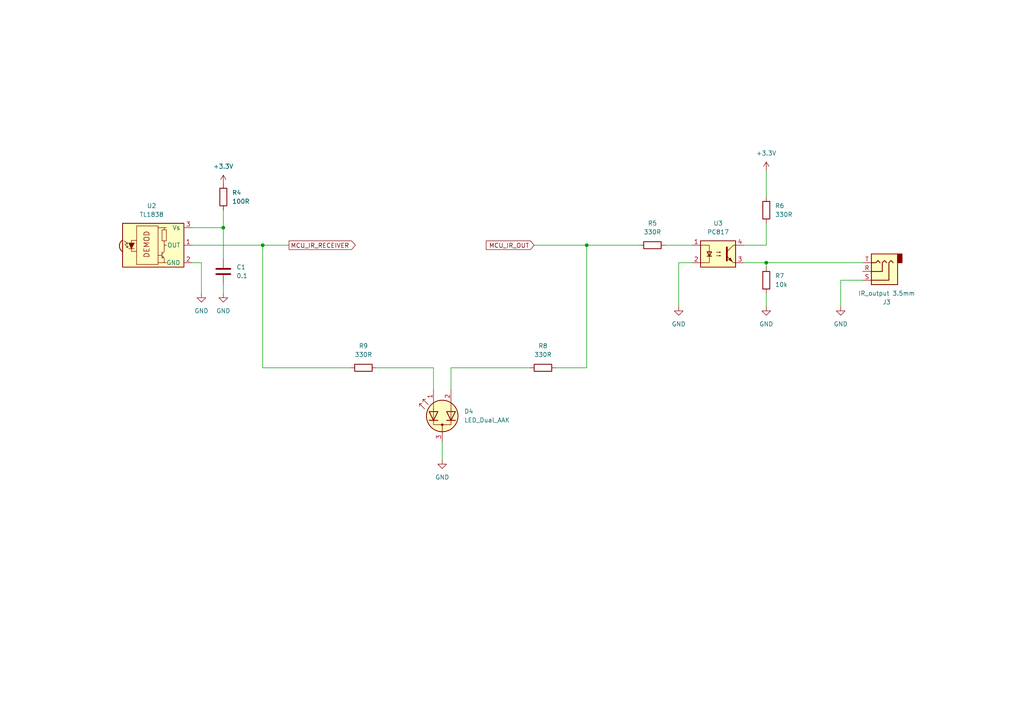
<source format=kicad_sch>
(kicad_sch (version 20230121) (generator eeschema)
  (paper "A4")
  (lib_symbols
    (symbol "Connector_Audio:AudioJack3"
      (property "Reference" "J" (at 0 8.89 0))
      (property "Value" "AudioJack3" (at 0 6.35 0))
      (symbol "AudioJack3_0_1"
        (rectangle (start -5.08 -5.08) (end -6.35 -2.54) (stroke (width 0.254)) (fill (type outline)))
        (polyline (pts (xy 0 -2.54) (xy 0.635 -3.175) (xy 1.27 -2.54) (xy 2.54 -2.54)) (stroke (width 0.254)))
        (polyline (pts (xy -1.905 -2.54) (xy -1.27 -3.175) (xy -0.635 -2.54) (xy -0.635 0) (xy 2.54 0)) (stroke (width 0.254)))
        (polyline (pts (xy 2.54 2.54) (xy -2.54 2.54) (xy -2.54 -2.54) (xy -3.175 -3.175) (xy -3.81 -2.54)) (stroke (width 0.254)))
        (rectangle (start 2.54 3.81) (end -5.08 -5.08) (stroke (width 0.254)) (fill (type background)))
      )
      (symbol "AudioJack3_1_1"
        (pin passive line (at 5.08 0 180) (length 2.54) (name "~") (number "R"))
        (pin passive line (at 5.08 2.54 180) (length 2.54) (name "~") (number "S"))
        (pin passive line (at 5.08 -2.54 180) (length 2.54) (name "~") (number "T"))
      )
    )
    (symbol "Device:C" (pin_numbers hide) (pin_names (offset 0.254))
      (property "Reference" "C" (at 0.635 2.54 0))
      (property "Value" "C" (at 0.635 -2.54 0))
      (symbol "C_0_1"
        (polyline (pts (xy -2.032 -0.762) (xy 2.032 -0.762)) (stroke (width 0.508)))
        (polyline (pts (xy -2.032 0.762) (xy 2.032 0.762)) (stroke (width 0.508)))
      )
      (symbol "C_1_1"
        (pin passive line (at 0 3.81 270) (length 2.794) (name "~") (number "1"))
        (pin passive line (at 0 -3.81 90) (length 2.794) (name "~") (number "2"))
      )
    )
    (symbol "Device:LED_Dual_AAK" (pin_names (offset 0) hide)
      (property "Reference" "D" (at 0 5.715 0))
      (property "Value" "LED_Dual_AAK" (at 0 -6.35 0))
      (symbol "LED_Dual_AAK_0_1"
        (circle (center -2.54 0) (radius 0.2794) (fill (type outline)))
        (polyline (pts (xy -4.572 0) (xy -2.54 0)))
        (polyline (pts (xy -1.27 -1.27) (xy -1.27 -3.81)) (stroke (width 0.254)))
        (polyline (pts (xy -1.27 1.27) (xy -1.27 3.81)) (stroke (width 0.254)))
        (polyline (pts (xy 3.81 -2.54) (xy 1.905 -2.54)))
        (polyline (pts (xy 3.81 2.54) (xy 1.905 2.54)))
        (polyline (pts (xy 1.27 -3.81) (xy 1.27 -1.27) (xy -1.27 -2.54) (xy 1.27 -3.81)) (stroke (width 0.254)))
        (polyline (pts (xy 1.27 1.27) (xy 1.27 3.81) (xy -1.27 2.54) (xy 1.27 1.27)) (stroke (width 0.254)))
        (polyline (pts (xy 2.032 2.54) (xy -2.54 2.54) (xy -2.54 -2.54) (xy 2.032 -2.54)))
        (polyline (pts (xy 2.032 5.08) (xy 3.556 6.604) (xy 2.794 6.604) (xy 3.556 6.604) (xy 3.556 5.842)))
        (polyline (pts (xy 3.302 4.064) (xy 4.826 5.588) (xy 4.064 5.588) (xy 4.826 5.588) (xy 4.826 4.826)))
        (circle (center 0 0) (radius 4.572) (stroke (width 0.254)) (fill (type background)))
      )
      (symbol "LED_Dual_AAK_1_1"
        (pin input line (at 7.62 2.54 180) (length 3.81) (name "A1") (number "1"))
        (pin input line (at 7.62 -2.54 180) (length 3.81) (name "A2") (number "2"))
        (pin input line (at -7.62 0 0) (length 3.048) (name "K") (number "3"))
      )
    )
    (symbol "Device:R" (pin_numbers hide) (pin_names (offset 0))
      (property "Reference" "R" (at 2.032 0 90))
      (property "Value" "R" (at 0 0 90))
      (symbol "R_0_1"
        (rectangle (start -1.016 -2.54) (end 1.016 2.54) (stroke (width 0.254)))
      )
      (symbol "R_1_1"
        (pin passive line (at 0 3.81 270) (length 1.27) (name "~") (number "1"))
        (pin passive line (at 0 -3.81 90) (length 1.27) (name "~") (number "2"))
      )
    )
    (symbol "Interface_Optical:TSOP331xx" (pin_names (offset 1.016))
      (property "Reference" "U" (at -10.16 7.62 0))
      (property "Value" "TSOP331xx" (at -10.16 -7.62 0))
      (symbol "TSOP331xx_0_0"
        (arc (start -10.287 1.397) (mid -11.0899 -0.1852) (end -10.287 -1.778) (stroke (width 0.254)) (fill (type background)))
        (polyline (pts (xy 1.905 -5.08) (xy 0.127 -5.08)))
        (polyline (pts (xy 1.905 5.08) (xy 0.127 5.08)))
        (text "DEMOD" (at -3.175 0.254 900) (effects (font (size 1.524 1.524))))
      )
      (symbol "TSOP331xx_0_1"
        (rectangle (start -6.096 5.588) (end 0.127 -5.588))
        (polyline (pts (xy -8.763 0.381) (xy -9.652 1.27)))
        (polyline (pts (xy -8.763 0.381) (xy -9.271 0.381)))
        (polyline (pts (xy -8.763 0.381) (xy -8.763 0.889)))
        (polyline (pts (xy -8.636 -0.635) (xy -9.525 0.254)))
        (polyline (pts (xy -8.636 -0.635) (xy -9.144 -0.635)))
        (polyline (pts (xy -8.636 -0.635) (xy -8.636 -0.127)))
        (polyline (pts (xy -8.382 -1.016) (xy -6.731 -1.016)))
        (polyline (pts (xy 1.27 -2.921) (xy 0.127 -2.921)))
        (polyline (pts (xy 1.27 -1.905) (xy 1.27 -3.81)))
        (polyline (pts (xy 1.397 -3.556) (xy 1.524 -3.556)))
        (polyline (pts (xy 1.651 -3.556) (xy 1.524 -3.556)))
        (polyline (pts (xy 1.651 -3.556) (xy 1.651 -3.302)))
        (polyline (pts (xy 1.905 0) (xy 1.905 1.27)))
        (polyline (pts (xy 1.905 4.445) (xy 1.905 5.08) (xy 2.54 5.08)))
        (polyline (pts (xy -8.382 0.635) (xy -6.731 0.635) (xy -7.62 -1.016) (xy -8.382 0.635)) (fill (type outline)))
        (polyline (pts (xy -6.096 1.397) (xy -7.62 1.397) (xy -7.62 -1.778) (xy -6.096 -1.778)))
        (polyline (pts (xy 1.27 -3.175) (xy 1.905 -3.81) (xy 1.905 -5.08) (xy 2.54 -5.08)))
        (polyline (pts (xy 1.27 -2.54) (xy 1.905 -1.905) (xy 1.905 0) (xy 2.54 0)))
        (rectangle (start 2.54 1.27) (end 1.27 4.445))
        (rectangle (start 7.62 6.35) (end -10.16 -6.35) (stroke (width 0.254)) (fill (type background)))
      )
      (symbol "TSOP331xx_1_1"
        (pin output line (at 10.16 0 180) (length 2.54) (name "OUT") (number "1"))
        (pin power_in line (at 10.16 -5.08 180) (length 2.54) (name "GND") (number "2"))
        (pin power_in line (at 10.16 5.08 180) (length 2.54) (name "Vs") (number "3"))
      )
    )
    (symbol "Isolator:PC817" (pin_names (offset 1.016))
      (property "Reference" "U" (at -5.08 5.08 0))
      (property "Value" "PC817" (at 0 5.08 0))
      (symbol "PC817_0_1"
        (rectangle (start -5.08 3.81) (end 5.08 -3.81) (stroke (width 0.254)) (fill (type background)))
        (polyline (pts (xy -3.175 -0.635) (xy -1.905 -0.635)) (stroke (width 0.254)))
        (polyline (pts (xy 2.54 0.635) (xy 4.445 2.54)))
        (polyline (pts (xy 4.445 -2.54) (xy 2.54 -0.635)) (fill (type outline)))
        (polyline (pts (xy 4.445 -2.54) (xy 5.08 -2.54)))
        (polyline (pts (xy 4.445 2.54) (xy 5.08 2.54)))
        (polyline (pts (xy -5.08 2.54) (xy -2.54 2.54) (xy -2.54 -0.635)))
        (polyline (pts (xy -2.54 -0.635) (xy -2.54 -2.54) (xy -5.08 -2.54)))
        (polyline (pts (xy 2.54 1.905) (xy 2.54 -1.905) (xy 2.54 -1.905)) (stroke (width 0.508)))
        (polyline (pts (xy -2.54 -0.635) (xy -3.175 0.635) (xy -1.905 0.635) (xy -2.54 -0.635)) (stroke (width 0.254)))
        (polyline (pts (xy -0.508 -0.508) (xy 0.762 -0.508) (xy 0.381 -0.635) (xy 0.381 -0.381) (xy 0.762 -0.508)))
        (polyline (pts (xy -0.508 0.508) (xy 0.762 0.508) (xy 0.381 0.381) (xy 0.381 0.635) (xy 0.762 0.508)))
        (polyline (pts (xy 3.048 -1.651) (xy 3.556 -1.143) (xy 4.064 -2.159) (xy 3.048 -1.651) (xy 3.048 -1.651)) (fill (type outline)))
      )
      (symbol "PC817_1_1"
        (pin passive line (at -7.62 2.54 0) (length 2.54) (name "~") (number "1"))
        (pin passive line (at -7.62 -2.54 0) (length 2.54) (name "~") (number "2"))
        (pin passive line (at 7.62 -2.54 180) (length 2.54) (name "~") (number "3"))
        (pin passive line (at 7.62 2.54 180) (length 2.54) (name "~") (number "4"))
      )
    )
    (symbol "power:+3.3V" (power) (pin_names (offset 0))
      (property "Value" "+3.3V" (at 0 3.556 0))
      (symbol "+3.3V_0_1"
        (polyline (pts (xy -0.762 1.27) (xy 0 2.54)))
        (polyline (pts (xy 0 0) (xy 0 2.54)))
        (polyline (pts (xy 0 2.54) (xy 0.762 1.27)))
      )
      (symbol "+3.3V_1_1"
        (pin power_in line (at 0 0 90) (length 0) hide (name "+3.3V") (number "1"))
      )
    )
    (symbol "power:GND" (power) (pin_names (offset 0))
      (property "Value" "GND" (at 0 -3.81 0))
      (symbol "GND_0_1"
        (polyline (pts (xy 0 0) (xy 0 -1.27) (xy 1.27 -1.27) (xy 0 -2.54) (xy -1.27 -1.27) (xy 0 -1.27)))
      )
      (symbol "GND_1_1"
        (pin power_in line (at 0 0 270) (length 0) hide (name "GND") (number "1"))
      )
    )
  )
  (junction (at 170.18 71.12))
  (junction (at 64.77 66.04))
  (junction (at 222.25 76.2))
  (junction (at 76.2 71.12))
  (wire (pts (xy 215.9 76.2) (xy 222.25 76.2)))
  (wire (pts (xy 130.81 106.68) (xy 130.81 113.03)))
  (wire (pts (xy 76.2 71.12) (xy 83.82 71.12)))
  (wire (pts (xy 170.18 106.68) (xy 161.29 106.68)))
  (wire (pts (xy 154.94 71.12) (xy 170.18 71.12)))
  (wire (pts (xy 125.73 106.68) (xy 125.73 113.03)))
  (wire (pts (xy 222.25 85.09) (xy 222.25 88.9)))
  (wire (pts (xy 64.77 82.55) (xy 64.77 85.09)))
  (wire (pts (xy 170.18 71.12) (xy 170.18 106.68)))
  (wire (pts (xy 196.85 76.2) (xy 196.85 88.9)))
  (wire (pts (xy 222.25 71.12) (xy 215.9 71.12)))
  (wire (pts (xy 170.18 71.12) (xy 185.42 71.12)))
  (wire (pts (xy 55.88 76.2) (xy 58.42 76.2)))
  (wire (pts (xy 64.77 60.96) (xy 64.77 66.04)))
  (wire (pts (xy 55.88 66.04) (xy 64.77 66.04)))
  (wire (pts (xy 128.27 128.27) (xy 128.27 133.35)))
  (wire (pts (xy 222.25 76.2) (xy 250.19 76.2)))
  (wire (pts (xy 109.22 106.68) (xy 125.73 106.68)))
  (wire (pts (xy 55.88 71.12) (xy 76.2 71.12)))
  (wire (pts (xy 222.25 57.15) (xy 222.25 49.53)))
  (wire (pts (xy 101.6 106.68) (xy 76.2 106.68)))
  (wire (pts (xy 222.25 64.77) (xy 222.25 71.12)))
  (wire (pts (xy 243.84 81.28) (xy 250.19 81.28)))
  (wire (pts (xy 243.84 88.9) (xy 243.84 81.28)))
  (wire (pts (xy 222.25 76.2) (xy 222.25 77.47)))
  (wire (pts (xy 76.2 106.68) (xy 76.2 71.12)))
  (wire (pts (xy 64.77 66.04) (xy 64.77 74.93)))
  (wire (pts (xy 153.67 106.68) (xy 130.81 106.68)))
  (wire (pts (xy 200.66 76.2) (xy 196.85 76.2)))
  (wire (pts (xy 193.04 71.12) (xy 200.66 71.12)))
  (wire (pts (xy 58.42 76.2) (xy 58.42 85.09)))
  (global_label "MCU_IR_OUT" (shape input) (at 154.94 71.12 180) (property "Intersheetrefs" "${INTERSHEET_REFS}" (effects hide)))
  (global_label "MCU_IR_RECEIVER" (shape output) (at 83.82 71.12 0) (property "Intersheetrefs" "${INTERSHEET_REFS}" (effects hide)))
  (symbol (lib_id "Isolator:PC817") (at 208.28 73.66 0) (unit 1)
    (property "Reference" "U3" (at 208.28 64.77 0))
    (property "Value" "PC817" (at 208.28 67.31 0))
    (property "Footprint" "Package_DIP:DIP-4_W7.62mm" (effects hide))
    (property "Datasheet" "http://www.soselectronic.cz/a_info/resource/d/pc817.pdf" (effects hide))
  )
  (symbol (lib_id "Device:R") (at 222.25 60.96 180) (unit 1)
    (property "Reference" "R6" (at 224.79 59.69 0) (effects (justify right)))
    (property "Value" "330R" (at 224.79 62.23 0) (effects (justify right)))
    (property "Footprint" "Resistor_SMD:R_0805_2012Metric" (effects hide))
  )
  (symbol (lib_id "power:GND") (at 58.42 85.09 0) (unit 1)
    (property "Reference" "#PWR04" (effects hide))
    (property "Value" "GND" (at 58.42 90.17 0))
  )
  (symbol (lib_id "Interface_Optical:TSOP331xx") (at 45.72 71.12 0) (unit 1)
    (property "Reference" "U2" (at 43.985 59.69 0))
    (property "Value" "TL1838" (at 43.985 62.23 0))
    (property "Footprint" "OptoDevice:Vishay_MINIMOLD-3Pin" (effects hide))
    (property "Datasheet" "http://www.vishay.com/docs/82742/tsop331.pdf" (effects hide))
  )
  (symbol (lib_id "Device:R") (at 105.41 106.68 270) (unit 1)
    (property "Reference" "R9" (at 105.41 100.33 90))
    (property "Value" "330R" (at 105.41 102.87 90))
    (property "Footprint" "Resistor_SMD:R_0603_1608Metric_Pad0.98x0.95mm_HandSolder" (effects hide))
  )
  (symbol (lib_id "Device:R") (at 157.48 106.68 270) (unit 1)
    (property "Reference" "R8" (at 157.48 100.33 90))
    (property "Value" "330R" (at 157.48 102.87 90))
    (property "Footprint" "Resistor_SMD:R_0603_1608Metric_Pad0.98x0.95mm_HandSolder" (effects hide))
  )
  (symbol (lib_id "power:GND") (at 196.85 88.9 0) (unit 1)
    (property "Reference" "#PWR09" (effects hide))
    (property "Value" "GND" (at 196.85 93.98 0))
  )
  (symbol (lib_id "Device:C") (at 64.77 78.74 0) (unit 1)
    (property "Reference" "C1" (at 68.58 77.47 0) (effects (justify left)))
    (property "Value" "0.1" (at 68.58 80.01 0) (effects (justify left)))
    (property "Footprint" "Capacitor_SMD:C_0603_1608Metric" (effects hide))
  )
  (symbol (lib_id "Device:R") (at 189.23 71.12 90) (unit 1)
    (property "Reference" "R5" (at 189.23 64.77 90))
    (property "Value" "330R" (at 189.23 67.31 90))
    (property "Footprint" "Resistor_SMD:R_0603_1608Metric_Pad0.98x0.95mm_HandSolder" (effects hide))
  )
  (symbol (lib_id "power:+3.3V") (at 222.25 49.53 0) (unit 1)
    (property "Reference" "#PWR06" (effects hide))
    (property "Value" "+3.3V" (at 222.25 44.45 0))
  )
  (symbol (lib_id "power:GND") (at 128.27 133.35 0) (unit 1)
    (property "Reference" "#PWR011" (effects hide))
    (property "Value" "GND" (at 128.27 138.43 0))
  )
  (symbol (lib_id "power:GND") (at 243.84 88.9 0) (unit 1)
    (property "Reference" "#PWR08" (effects hide))
    (property "Value" "GND" (at 243.84 93.98 0))
  )
  (symbol (lib_id "Device:R") (at 64.77 57.15 0) (unit 1)
    (property "Reference" "R4" (at 67.31 55.88 0) (effects (justify left)))
    (property "Value" "100R" (at 67.31 58.42 0) (effects (justify left)))
    (property "Footprint" "Resistor_SMD:R_0805_2012Metric_Pad1.20x1.40mm_HandSolder" (effects hide))
  )
  (symbol (lib_id "power:GND") (at 64.77 85.09 0) (unit 1)
    (property "Reference" "#PWR05" (effects hide))
    (property "Value" "GND" (at 64.77 90.17 0))
  )
  (symbol (lib_id "power:GND") (at 222.25 88.9 0) (unit 1)
    (property "Reference" "#PWR07" (effects hide))
    (property "Value" "GND" (at 222.25 93.98 0))
  )
  (symbol (lib_id "Device:R") (at 222.25 81.28 180) (unit 1)
    (property "Reference" "R7" (at 224.79 80.01 0) (effects (justify right)))
    (property "Value" "10k" (at 224.79 82.55 0) (effects (justify right)))
    (property "Footprint" "Resistor_SMD:R_0805_2012Metric" (effects hide))
  )
  (symbol (lib_id "Device:LED_Dual_AAK") (at 128.27 120.65 90) (unit 1)
    (property "Reference" "D4" (at 134.62 119.3165 90) (effects (justify right)))
    (property "Value" "LED_Dual_AAK" (at 134.62 121.8565 90) (effects (justify right)))
  )
  (symbol (lib_id "Connector_Audio:AudioJack3") (at 255.27 78.74 180) (unit 1)
    (property "Reference" "J3" (at 257.175 87.63 0))
    (property "Value" "IR_output 3.5mm" (at 257.175 85.09 0))
    (property "Footprint" "Connector_Audio:Jack_3.5mm_CUI_SJ-3523-SMT_Horizontal" (effects hide))
  )
  (symbol (lib_id "power:+3.3V") (at 64.77 53.34 0) (unit 1)
    (property "Reference" "#PWR03" (effects hide))
    (property "Value" "+3.3V" (at 64.77 48.26 0))
  )
)
</source>
